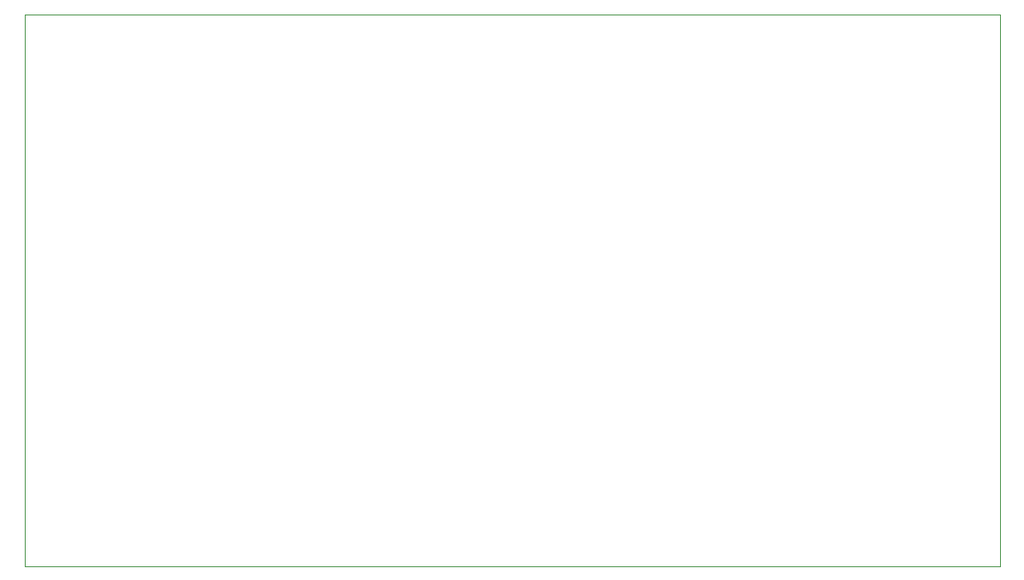
<source format=gbr>
G04 #@! TF.GenerationSoftware,KiCad,Pcbnew,(5.1.9-0-10_14)*
G04 #@! TF.CreationDate,2021-02-21T16:21:15+01:00*
G04 #@! TF.ProjectId,lt1115-phono-mm-mc,6c743131-3135-42d7-9068-6f6e6f2d6d6d,rev?*
G04 #@! TF.SameCoordinates,Original*
G04 #@! TF.FileFunction,Profile,NP*
%FSLAX46Y46*%
G04 Gerber Fmt 4.6, Leading zero omitted, Abs format (unit mm)*
G04 Created by KiCad (PCBNEW (5.1.9-0-10_14)) date 2021-02-21 16:21:15*
%MOMM*%
%LPD*%
G01*
G04 APERTURE LIST*
G04 #@! TA.AperFunction,Profile*
%ADD10C,0.050000*%
G04 #@! TD*
G04 APERTURE END LIST*
D10*
X80010000Y-143510000D02*
X80010000Y-88900000D01*
X176530000Y-143510000D02*
X80010000Y-143510000D01*
X176530000Y-88900000D02*
X176530000Y-143510000D01*
X80010000Y-88900000D02*
X176530000Y-88900000D01*
M02*

</source>
